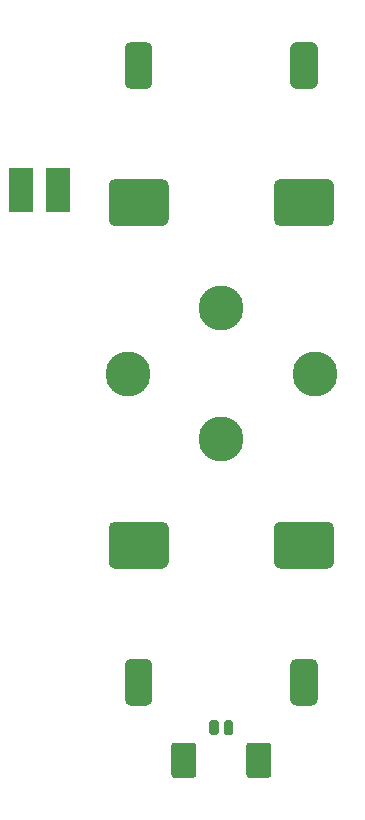
<source format=gtp>
G04 #@! TF.GenerationSoftware,KiCad,Pcbnew,(5.1.7)-1*
G04 #@! TF.CreationDate,2020-10-28T14:02:59+01:00*
G04 #@! TF.ProjectId,Generic_Node-BatteryHolder,47656e65-7269-4635-9f4e-6f64652d4261,1.0*
G04 #@! TF.SameCoordinates,PX8f0d180PY5f5e100*
G04 #@! TF.FileFunction,Paste,Top*
G04 #@! TF.FilePolarity,Positive*
%FSLAX46Y46*%
G04 Gerber Fmt 4.6, Leading zero omitted, Abs format (unit mm)*
G04 Created by KiCad (PCBNEW (5.1.7)-1) date 2020-10-28 14:02:59*
%MOMM*%
%LPD*%
G01*
G04 APERTURE LIST*
%ADD10R,2.000000X3.800000*%
%ADD11C,3.810000*%
G04 APERTURE END LIST*
D10*
X-17000000Y17600000D03*
X-13800000Y17600000D03*
D11*
X-7937500Y2000000D03*
X7937500Y2000000D03*
X0Y-3549900D03*
X0Y7549900D03*
X7937500Y2000000D03*
G36*
G01*
X-6331675Y26130000D02*
X-7668325Y26130000D01*
G75*
G02*
X-8168400Y26630075I0J500075D01*
G01*
X-8168400Y29592325D01*
G75*
G02*
X-7668325Y30092400I500075J0D01*
G01*
X-6331675Y30092400D01*
G75*
G02*
X-5831600Y29592325I0J-500075D01*
G01*
X-5831600Y26630075D01*
G75*
G02*
X-6331675Y26130000I-500075J0D01*
G01*
G37*
G36*
G01*
X-4958960Y14523400D02*
X-9041040Y14523400D01*
G75*
G02*
X-9540000Y15022360I0J498960D01*
G01*
X-9540000Y17984440D01*
G75*
G02*
X-9041040Y18483400I498960J0D01*
G01*
X-4958960Y18483400D01*
G75*
G02*
X-4460000Y17984440I0J-498960D01*
G01*
X-4460000Y15022360D01*
G75*
G02*
X-4958960Y14523400I-498960J0D01*
G01*
G37*
G36*
G01*
X-6331675Y-26092400D02*
X-7668325Y-26092400D01*
G75*
G02*
X-8168400Y-25592325I0J500075D01*
G01*
X-8168400Y-22630075D01*
G75*
G02*
X-7668325Y-22130000I500075J0D01*
G01*
X-6331675Y-22130000D01*
G75*
G02*
X-5831600Y-22630075I0J-500075D01*
G01*
X-5831600Y-25592325D01*
G75*
G02*
X-6331675Y-26092400I-500075J0D01*
G01*
G37*
G36*
G01*
X-4958960Y-14483400D02*
X-9041040Y-14483400D01*
G75*
G02*
X-9540000Y-13984440I0J498960D01*
G01*
X-9540000Y-11022360D01*
G75*
G02*
X-9041040Y-10523400I498960J0D01*
G01*
X-4958960Y-10523400D01*
G75*
G02*
X-4460000Y-11022360I0J-498960D01*
G01*
X-4460000Y-13984440D01*
G75*
G02*
X-4958960Y-14483400I-498960J0D01*
G01*
G37*
G36*
G01*
X9041040Y-14483400D02*
X4958960Y-14483400D01*
G75*
G02*
X4460000Y-13984440I0J498960D01*
G01*
X4460000Y-11022360D01*
G75*
G02*
X4958960Y-10523400I498960J0D01*
G01*
X9041040Y-10523400D01*
G75*
G02*
X9540000Y-11022360I0J-498960D01*
G01*
X9540000Y-13984440D01*
G75*
G02*
X9041040Y-14483400I-498960J0D01*
G01*
G37*
G36*
G01*
X7668325Y-26092400D02*
X6331675Y-26092400D01*
G75*
G02*
X5831600Y-25592325I0J500075D01*
G01*
X5831600Y-22630075D01*
G75*
G02*
X6331675Y-22130000I500075J0D01*
G01*
X7668325Y-22130000D01*
G75*
G02*
X8168400Y-22630075I0J-500075D01*
G01*
X8168400Y-25592325D01*
G75*
G02*
X7668325Y-26092400I-500075J0D01*
G01*
G37*
G36*
G01*
X9041040Y14523400D02*
X4958960Y14523400D01*
G75*
G02*
X4460000Y15022360I0J498960D01*
G01*
X4460000Y17984440D01*
G75*
G02*
X4958960Y18483400I498960J0D01*
G01*
X9041040Y18483400D01*
G75*
G02*
X9540000Y17984440I0J-498960D01*
G01*
X9540000Y15022360D01*
G75*
G02*
X9041040Y14523400I-498960J0D01*
G01*
G37*
G36*
G01*
X7668325Y26130000D02*
X6331675Y26130000D01*
G75*
G02*
X5831600Y26630075I0J500075D01*
G01*
X5831600Y29592325D01*
G75*
G02*
X6331675Y30092400I500075J0D01*
G01*
X7668325Y30092400D01*
G75*
G02*
X8168400Y29592325I0J-500075D01*
G01*
X8168400Y26630075D01*
G75*
G02*
X7668325Y26130000I-500075J0D01*
G01*
G37*
G36*
G01*
X-1025000Y-28410000D02*
X-1025000Y-27510000D01*
G75*
G02*
X-825000Y-27310000I200000J0D01*
G01*
X-425000Y-27310000D01*
G75*
G02*
X-225000Y-27510000I0J-200000D01*
G01*
X-225000Y-28410000D01*
G75*
G02*
X-425000Y-28610000I-200000J0D01*
G01*
X-825000Y-28610000D01*
G75*
G02*
X-1025000Y-28410000I0J200000D01*
G01*
G37*
G36*
G01*
X225000Y-28410000D02*
X225000Y-27510000D01*
G75*
G02*
X425000Y-27310000I200000J0D01*
G01*
X825000Y-27310000D01*
G75*
G02*
X1025000Y-27510000I0J-200000D01*
G01*
X1025000Y-28410000D01*
G75*
G02*
X825000Y-28610000I-200000J0D01*
G01*
X425000Y-28610000D01*
G75*
G02*
X225000Y-28410000I0J200000D01*
G01*
G37*
G36*
G01*
X-4225000Y-31960001D02*
X-4225000Y-29459999D01*
G75*
G02*
X-3975001Y-29210000I249999J0D01*
G01*
X-2374999Y-29210000D01*
G75*
G02*
X-2125000Y-29459999I0J-249999D01*
G01*
X-2125000Y-31960001D01*
G75*
G02*
X-2374999Y-32210000I-249999J0D01*
G01*
X-3975001Y-32210000D01*
G75*
G02*
X-4225000Y-31960001I0J249999D01*
G01*
G37*
G36*
G01*
X2125000Y-31960001D02*
X2125000Y-29459999D01*
G75*
G02*
X2374999Y-29210000I249999J0D01*
G01*
X3975001Y-29210000D01*
G75*
G02*
X4225000Y-29459999I0J-249999D01*
G01*
X4225000Y-31960001D01*
G75*
G02*
X3975001Y-32210000I-249999J0D01*
G01*
X2374999Y-32210000D01*
G75*
G02*
X2125000Y-31960001I0J249999D01*
G01*
G37*
M02*

</source>
